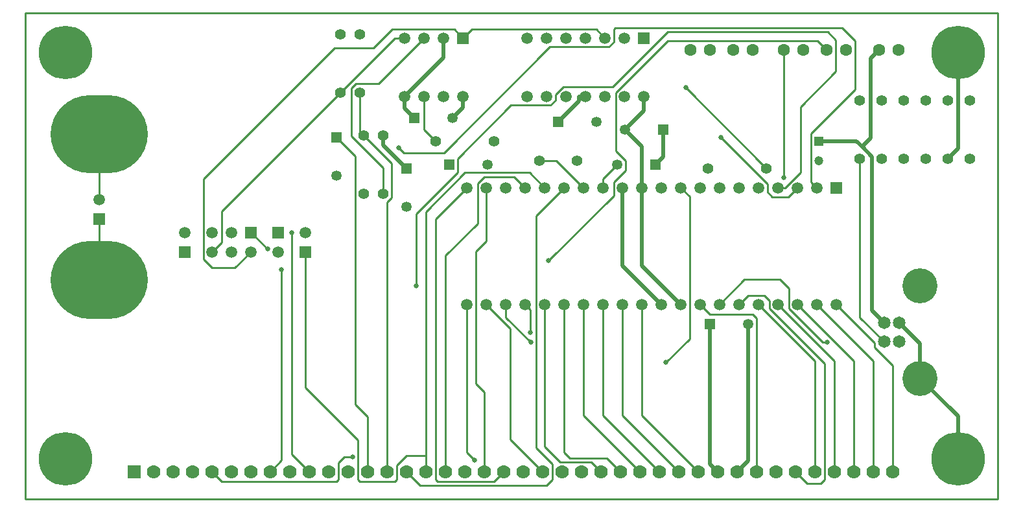
<source format=gbl>
%FSLAX23Y23*%
%MOIN*%
G70*
G01*
G75*
G04 Layer_Physical_Order=2*
%ADD10C,0.010*%
%ADD11C,0.020*%
%ADD12C,0.275*%
%ADD13C,0.055*%
%ADD14O,0.500X0.400*%
%ADD15C,0.063*%
%ADD16R,0.053X0.053*%
%ADD17C,0.053*%
%ADD18C,0.059*%
%ADD19R,0.059X0.059*%
%ADD20R,0.059X0.059*%
%ADD21C,0.059*%
%ADD22R,0.070X0.070*%
%ADD23C,0.070*%
%ADD24R,0.047X0.047*%
%ADD25C,0.047*%
%ADD26C,0.180*%
%ADD27C,0.065*%
%ADD28C,0.025*%
D10*
X4460Y140D02*
Y687D01*
X4170Y1000D02*
X4367Y803D01*
X4360Y140D02*
Y710D01*
X4070Y1000D02*
X4360Y710D01*
X4260Y140D02*
Y710D01*
X3970Y1000D02*
X4260Y710D01*
X4160Y140D02*
Y710D01*
X3870Y1000D02*
X4160Y710D01*
X4060Y140D02*
Y710D01*
X3770Y1000D02*
X4060Y710D01*
X3960Y140D02*
X4020Y80D01*
X3670Y1000D02*
X3715Y1045D01*
X4100Y805D02*
X4123D01*
X3570Y1000D02*
X3698Y1128D01*
X3760Y140D02*
Y929D01*
X3470Y1000D02*
X3521Y949D01*
X3170Y430D02*
Y1000D01*
Y430D02*
X3460Y140D01*
X3070Y430D02*
X3360Y140D01*
X3070Y430D02*
Y1000D01*
X2970Y430D02*
X3260Y140D01*
X2970Y430D02*
Y1000D01*
X2870Y430D02*
Y1000D01*
Y430D02*
X3160Y140D01*
X2770Y240D02*
Y1000D01*
X2990Y210D02*
X3060Y140D01*
X1160Y1370D02*
X1246Y1284D01*
X2670Y270D02*
Y1000D01*
X2910Y190D02*
X2960Y140D01*
X2493Y307D02*
X2660Y140D01*
X2370Y1000D02*
X2493Y877D01*
X2270Y238D02*
Y1000D01*
Y238D02*
X2310Y198D01*
X2410Y90D02*
X2460Y140D01*
X2110Y1440D02*
X2270Y1600D01*
X2370Y1326D02*
Y1600D01*
X2360Y140D02*
Y548D01*
X2514Y1656D02*
X2570Y1600D01*
X2160Y140D02*
Y1251D01*
X2592Y1678D02*
X2670Y1600D01*
X1960Y221D02*
X2060D01*
Y1477D01*
Y140D02*
Y221D01*
X1440Y572D02*
Y1270D01*
X2625Y1455D02*
X2770Y1600D01*
X1960Y140D02*
X2030Y70D01*
X1370Y230D02*
X1460Y140D01*
X1370Y230D02*
Y1370D01*
X3370Y1600D02*
X3415Y1555D01*
X3294Y701D02*
X3415Y822D01*
X1318Y198D02*
Y1179D01*
X1260Y140D02*
X1318Y198D01*
X1640Y215D02*
X1682D01*
X960Y140D02*
X1010Y90D01*
X3870Y1600D02*
X3907D01*
X2009Y1095D02*
Y1465D01*
X3577Y1858D02*
X3815Y1620D01*
X3923Y1553D02*
X3970Y1600D01*
X4041Y1629D02*
X4070Y1600D01*
X1920Y1805D02*
X1945Y1780D01*
X3395Y2115D02*
X3810Y1700D01*
X1720Y1890D02*
Y2090D01*
Y1890D02*
X1740Y1870D01*
X1883Y1727D01*
X1860Y140D02*
Y1527D01*
X380Y1125D02*
Y1440D01*
X1900Y2370D02*
X1950D01*
X1620Y2090D02*
X1900Y2370D01*
X1010Y1480D02*
X1620Y2090D01*
X960Y1270D02*
X1010Y1320D01*
X1817Y2137D02*
X2050Y2370D01*
X1840Y1570D02*
Y1701D01*
X2935Y2415D02*
X2980Y2370D01*
X2250D02*
X2295Y2415D01*
X2205D02*
X2250Y2370D01*
X1078Y1188D02*
X1160Y1270D01*
X2597Y857D02*
Y973D01*
X2570Y1000D02*
X2597Y973D01*
X4290Y932D02*
Y1750D01*
Y932D02*
X4415Y808D01*
X2470Y933D02*
Y1000D01*
Y933D02*
X2599Y804D01*
X3900Y1651D02*
Y2310D01*
X4073Y2357D02*
X4120Y2310D01*
X2690Y1225D02*
X3025Y1560D01*
X2050Y1900D02*
Y2070D01*
Y1900D02*
X2110Y1840D01*
X1760Y140D02*
Y423D01*
X1600Y1860D02*
X1697Y1763D01*
X380Y1540D02*
Y1875D01*
X2644Y1740D02*
X2730D01*
X2870Y1600D01*
X2970Y1647D02*
X3043Y1720D01*
X2970Y1600D02*
Y1647D01*
X4367Y780D02*
X4460Y687D01*
X4367Y780D02*
Y803D01*
X3925Y980D02*
X4100Y805D01*
X3925Y980D02*
Y1083D01*
X3880Y1128D02*
X3925Y1083D01*
X3698Y1128D02*
X3880D01*
X2670Y270D02*
X2750Y190D01*
X2910D01*
X2493Y307D02*
Y877D01*
X2120Y90D02*
X2410D01*
X2110Y100D02*
X2120Y90D01*
X2110Y100D02*
Y1440D01*
X1440Y572D02*
X1710Y302D01*
Y100D02*
Y302D01*
Y100D02*
X1720Y90D01*
X1900D01*
X1910Y100D01*
Y171D01*
X1960Y221D01*
X2261Y1678D02*
X2592D01*
X2060Y1477D02*
X2261Y1678D01*
X3415Y822D02*
Y1555D01*
X1610Y185D02*
X1640Y215D01*
X1610Y100D02*
Y185D01*
X1600Y90D02*
X1610Y100D01*
X1010Y90D02*
X1600D01*
X2009Y1465D02*
X2222Y1678D01*
Y1749D01*
X2498Y2025D01*
X2700D01*
X2725Y2050D01*
Y2080D01*
X2765Y2120D01*
X3020D01*
X3302Y2402D01*
X4125D01*
X4167Y2360D01*
Y2198D02*
Y2360D01*
X3985Y2016D02*
X4167Y2198D01*
X3985Y1678D02*
Y2016D01*
X3907Y1600D02*
X3985Y1678D01*
X3840Y1553D02*
X3923D01*
X3815Y1578D02*
X3840Y1553D01*
X3815Y1578D02*
Y1620D01*
X4041Y1629D02*
Y1879D01*
X4267Y2105D01*
Y2356D01*
X4201Y2422D02*
X4267Y2356D01*
X3032Y2422D02*
X4201D01*
X3025Y2415D02*
X3032Y2422D01*
X3025Y2350D02*
Y2415D01*
X3000Y2325D02*
X3025Y2350D01*
X2698Y2325D02*
X3000D01*
X2153Y1780D02*
X2698Y2325D01*
X1945Y1780D02*
X2153D01*
X3303Y2357D02*
X4073D01*
X3035Y2089D02*
X3303Y2357D01*
X3035Y1790D02*
Y2089D01*
Y1790D02*
X3085Y1740D01*
Y1690D02*
Y1740D01*
X3025Y1630D02*
X3085Y1690D01*
X3025Y1560D02*
Y1630D01*
X4020Y80D02*
X4090D01*
X4110Y100D01*
Y695D01*
X3825Y980D02*
X4110Y695D01*
X3825Y980D02*
Y1020D01*
X3800Y1045D02*
X3825Y1020D01*
X3715Y1045D02*
X3800D01*
X2030Y70D02*
X2680D01*
X2710Y100D01*
Y180D01*
X2627Y263D02*
X2710Y180D01*
X2627Y263D02*
Y837D01*
X2625Y839D02*
X2627Y837D01*
X2625Y839D02*
Y1455D01*
X960Y1188D02*
X1078D01*
X915Y1233D02*
X960Y1188D01*
X915Y1233D02*
Y1645D01*
X1590Y2320D01*
X1791D01*
X1886Y2415D01*
X2205D01*
X1010Y1320D02*
Y1480D01*
X1676Y1865D02*
X1840Y1701D01*
X1676Y1865D02*
Y2113D01*
X1700Y2137D01*
X1817D01*
X2360Y1656D02*
X2514D01*
X2325Y1621D02*
X2360Y1656D01*
X2325Y1416D02*
Y1621D01*
X2160Y1251D02*
X2325Y1416D01*
X2295Y2415D02*
X2935D01*
X2770Y240D02*
X2800Y210D01*
X2990D01*
X3521Y949D02*
X3740D01*
X3760Y929D01*
X1697Y486D02*
X1760Y423D01*
X1697Y486D02*
Y1763D01*
X1860Y1527D02*
X1883Y1550D01*
Y1727D01*
X2317Y591D02*
X2360Y548D01*
X2317Y591D02*
Y1273D01*
X2370Y1326D01*
X0Y2500D02*
X5000D01*
Y0D02*
Y2500D01*
X0Y0D02*
X5000D01*
X0D02*
Y2500D01*
D11*
X4795Y1801D02*
Y2295D01*
X4744Y1750D02*
X4795Y1801D01*
X3280Y1760D02*
Y1900D01*
X3240Y1720D02*
X3280Y1760D01*
X4493Y906D02*
X4600Y800D01*
Y620D02*
Y800D01*
Y620D02*
X4795Y425D01*
Y205D02*
Y425D01*
X3520Y180D02*
X3560Y140D01*
X3070Y1200D02*
Y1600D01*
Y1200D02*
X3270Y1000D01*
X3520Y180D02*
Y900D01*
X2150Y2270D02*
Y2370D01*
X2847Y2070D02*
X2880D01*
X2847Y2047D02*
Y2070D01*
X1950D02*
X2150Y2270D01*
X1950Y2010D02*
X2000Y1960D01*
X1950Y2010D02*
Y2070D01*
X2740Y1940D02*
X2847Y2047D01*
X1840Y1820D02*
Y1870D01*
Y1820D02*
X1960Y1700D01*
X4346Y2266D02*
X4390Y2310D01*
X4302Y1811D02*
X4346Y1855D01*
X4273Y1840D02*
X4302Y1811D01*
X4353Y1760D01*
X4080Y1840D02*
X4273D01*
X4353Y968D02*
X4415Y906D01*
X3717Y197D02*
Y900D01*
X3660Y140D02*
X3717Y197D01*
X3180Y1997D02*
Y2070D01*
X3083Y1900D02*
X3180Y1997D01*
X2250Y2013D02*
Y2070D01*
X2197Y1960D02*
X2250Y2013D01*
X3083Y1900D02*
X3170Y1813D01*
Y1200D02*
X3370Y1000D01*
X3170Y1600D02*
Y1813D01*
Y1200D02*
Y1600D01*
X4346Y1855D02*
Y2266D01*
X4353Y968D02*
Y1760D01*
D12*
X205Y205D02*
D03*
Y2295D02*
D03*
X4795Y205D02*
D03*
Y2295D02*
D03*
D13*
X3510Y1700D02*
D03*
X3810D02*
D03*
X1720Y2090D02*
D03*
X2110Y1840D02*
D03*
X2410D02*
D03*
X1620Y2390D02*
D03*
Y2090D02*
D03*
X1720Y2390D02*
D03*
X2836Y1740D02*
D03*
X2644D02*
D03*
X4290Y2050D02*
D03*
X4744D02*
D03*
X4630D02*
D03*
X4857D02*
D03*
X4403D02*
D03*
X4517D02*
D03*
X4290Y1750D02*
D03*
X1840Y1570D02*
D03*
X1740Y1870D02*
D03*
Y1570D02*
D03*
X4744Y1750D02*
D03*
X4630D02*
D03*
X1840Y1870D02*
D03*
X4857Y1750D02*
D03*
X4403D02*
D03*
X4517D02*
D03*
D14*
X380Y1875D02*
D03*
Y1125D02*
D03*
D15*
X3640Y2310D02*
D03*
X3740D02*
D03*
X3520D02*
D03*
X3420D02*
D03*
X4390D02*
D03*
X4490D02*
D03*
X4000D02*
D03*
X3900D02*
D03*
X4120D02*
D03*
X4220D02*
D03*
D16*
X3280Y1900D02*
D03*
X3520Y900D02*
D03*
X1600Y1860D02*
D03*
X3240Y1720D02*
D03*
X2180D02*
D03*
X1960Y1700D02*
D03*
X2740Y1940D02*
D03*
X2000Y1960D02*
D03*
D17*
X3083Y1900D02*
D03*
X3717Y900D02*
D03*
X3043Y1720D02*
D03*
X2377D02*
D03*
X1960Y1503D02*
D03*
X1600Y1663D02*
D03*
X2937Y1940D02*
D03*
X2197Y1960D02*
D03*
D18*
X2980Y2070D02*
D03*
X2880D02*
D03*
X2580Y2370D02*
D03*
X3180Y2070D02*
D03*
X2580D02*
D03*
X2880Y2370D02*
D03*
X2680Y2070D02*
D03*
Y2370D02*
D03*
X2780D02*
D03*
X3080D02*
D03*
X2980D02*
D03*
X2780Y2070D02*
D03*
X3080D02*
D03*
X2970Y1600D02*
D03*
X2870D02*
D03*
X2470D02*
D03*
Y1000D02*
D03*
X2570D02*
D03*
X4070Y1600D02*
D03*
X3970D02*
D03*
X3870D02*
D03*
X3770D02*
D03*
X3670D02*
D03*
X3570D02*
D03*
X3470D02*
D03*
X3370D02*
D03*
X3270D02*
D03*
X3170D02*
D03*
X3370Y1000D02*
D03*
X3070Y1600D02*
D03*
X3270Y1000D02*
D03*
X2770Y1600D02*
D03*
X2670D02*
D03*
X2570D02*
D03*
X2370D02*
D03*
X2270D02*
D03*
Y1000D02*
D03*
X2370D02*
D03*
X2670D02*
D03*
X2770D02*
D03*
X2870D02*
D03*
X2970D02*
D03*
X3070D02*
D03*
X3170D02*
D03*
X3470D02*
D03*
X3570D02*
D03*
X3670D02*
D03*
X3770D02*
D03*
X3870D02*
D03*
X3970D02*
D03*
X4070D02*
D03*
X4170D02*
D03*
X2150Y2370D02*
D03*
X2050D02*
D03*
X1950D02*
D03*
X2250Y2070D02*
D03*
X2150D02*
D03*
X2050D02*
D03*
X1950D02*
D03*
D19*
X3180Y2370D02*
D03*
X4170Y1600D02*
D03*
X2250Y2370D02*
D03*
D20*
X820Y1270D02*
D03*
X1300Y1370D02*
D03*
X1440Y1270D02*
D03*
X380Y1440D02*
D03*
X1160Y1370D02*
D03*
D21*
X820D02*
D03*
X1300Y1270D02*
D03*
X1440Y1370D02*
D03*
X380Y1540D02*
D03*
X1160Y1270D02*
D03*
X1060Y1370D02*
D03*
Y1270D02*
D03*
X960Y1370D02*
D03*
Y1270D02*
D03*
D22*
X560Y140D02*
D03*
D23*
X660D02*
D03*
X760D02*
D03*
X860D02*
D03*
X960D02*
D03*
X1060D02*
D03*
X1160D02*
D03*
X1260D02*
D03*
X1360D02*
D03*
X1460D02*
D03*
X1560D02*
D03*
X1660D02*
D03*
X1760D02*
D03*
X1860D02*
D03*
X1960D02*
D03*
X2060D02*
D03*
X2160D02*
D03*
X2260D02*
D03*
X2360D02*
D03*
X2460D02*
D03*
X2560D02*
D03*
X2660D02*
D03*
X2760D02*
D03*
X2860D02*
D03*
X2960D02*
D03*
X3060D02*
D03*
X3160D02*
D03*
X3260D02*
D03*
X3360D02*
D03*
X3460D02*
D03*
X3560D02*
D03*
X3660D02*
D03*
X3760D02*
D03*
X3860D02*
D03*
X3960D02*
D03*
X4060D02*
D03*
X4160D02*
D03*
X4260D02*
D03*
X4360D02*
D03*
X4460D02*
D03*
D24*
X4080Y1840D02*
D03*
D25*
Y1740D02*
D03*
D26*
X4600Y620D02*
D03*
Y1094D02*
D03*
D27*
X4493Y808D02*
D03*
X4415D02*
D03*
Y906D02*
D03*
X4493Y906D02*
D03*
D28*
X4123Y805D02*
D03*
X1370Y1370D02*
D03*
X3294Y701D02*
D03*
X1682Y215D02*
D03*
X2009Y1095D02*
D03*
X3577Y1858D02*
D03*
X1920Y1805D02*
D03*
X3395Y2115D02*
D03*
X2690Y1225D02*
D03*
X2599Y804D02*
D03*
X2597Y857D02*
D03*
X3900Y1651D02*
D03*
X1318Y1179D02*
D03*
X1246Y1284D02*
D03*
X2310Y198D02*
D03*
M02*

</source>
